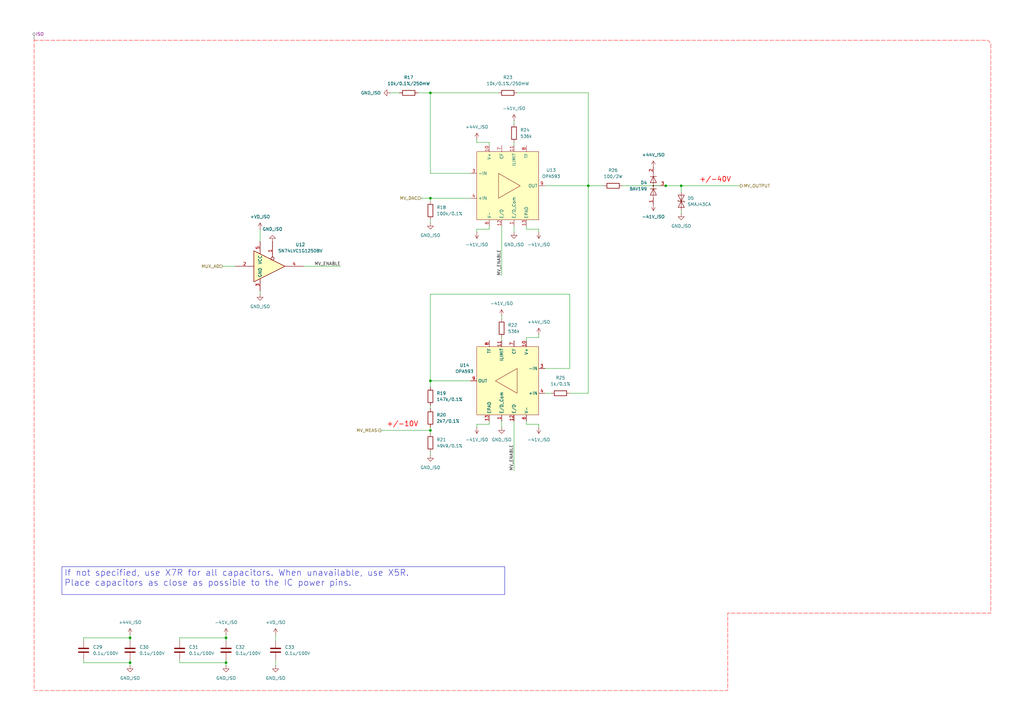
<source format=kicad_sch>
(kicad_sch (version 20250114) (generator "eeschema") (generator_version "9.0")
  (paper "A3")
  (lib_symbols
    (symbol "74xGxx:SN74LVC1G125DBV"
      (property "Reference" "U" (at -10.16 7.62 0))
      (property "Value" "SN74LVC1G125DBV" (at 2.54 -7.62 0))
      (symbol "SN74LVC1G125DBV_0_1"
        (polyline (pts (xy -7.62 6.35) (xy -7.62 -6.35) (xy 5.08 0) (xy -7.62 6.35)) (stroke (width 0.254)) (fill (type background)))
      )
      (symbol "SN74LVC1G125DBV_1_1"
        (pin input line (at -15.24 0 0) (length 7.62) (name "~") (number "2"))
        (pin power_in line (at -5.08 10.16 270) (length 5.08) (name "VCC") (number "5"))
        (pin power_in line (at -5.08 -10.16 90) (length 5.08) (name "GND") (number "3"))
        (pin input inverted (at 0 10.16 270) (length 7.62) (name "~") (number "1"))
        (pin tri_state line (at 12.7 0 180) (length 7.62) (name "~") (number "4"))
      )
    )
    (symbol "Device:C" (pin_numbers (hide yes)) (pin_names (offset 0.254))
      (property "Reference" "C" (at 0.635 2.54 0))
      (property "Value" "C" (at 0.635 -2.54 0))
      (symbol "C_0_1"
        (polyline (pts (xy -2.032 0.762) (xy 2.032 0.762)) (stroke (width 0.508)))
        (polyline (pts (xy -2.032 -0.762) (xy 2.032 -0.762)) (stroke (width 0.508)))
      )
      (symbol "C_1_1"
        (pin passive line (at 0 3.81 270) (length 2.794) (name "~") (number "1"))
        (pin passive line (at 0 -3.81 90) (length 2.794) (name "~") (number "2"))
      )
    )
    (symbol "Device:R" (pin_numbers (hide yes)) (pin_names (offset 0))
      (property "Reference" "R" (at 2.032 0 90))
      (property "Value" "R" (at 0 0 90))
      (symbol "R_0_1"
        (rectangle (start -1.016 -2.54) (end 1.016 2.54) (stroke (width 0.254)))
      )
      (symbol "R_1_1"
        (pin passive line (at 0 3.81 270) (length 1.27) (name "~") (number "1"))
        (pin passive line (at 0 -3.81 90) (length 1.27) (name "~") (number "2"))
      )
    )
    (symbol "Diode:BAV99" (pin_names (hide yes))
      (property "Reference" "D" (at 0 5.08 0))
      (property "Value" "BAV99" (at 0 2.54 0))
      (symbol "BAV99_0_1"
        (polyline (pts (xy -5.08 0) (xy 5.08 0)))
      )
      (symbol "BAV99_1_1"
        (polyline (pts (xy -3.81 1.27) (xy -1.27 0) (xy -3.81 -1.27) (xy -3.81 1.27) (xy -3.81 1.27) (xy -3.81 1.27)) (stroke (width 0.2032)))
        (polyline (pts (xy -1.27 -1.27) (xy -1.27 1.27) (xy -1.27 1.27)) (stroke (width 0.2032)))
        (polyline (pts (xy 0 0) (xy 0 -2.54)))
        (circle (center 0 0) (radius 0.254) (fill (type outline)))
        (polyline (pts (xy 1.27 1.27) (xy 3.81 0) (xy 1.27 -1.27) (xy 1.27 1.27) (xy 1.27 1.27) (xy 1.27 1.27)) (stroke (width 0.2032)))
        (polyline (pts (xy 3.81 1.27) (xy 3.81 -1.27) (xy 3.81 -1.27)) (stroke (width 0.2032)))
        (pin passive line (at -7.62 0 0) (length 2.54) (name "K") (number "1"))
        (pin passive line (at 0 -5.08 90) (length 2.54) (name "K") (number "3"))
        (pin passive line (at 7.62 0 180) (length 2.54) (name "A") (number "2"))
      )
    )
    (symbol "Diode:SMAJ43CA" (pin_numbers (hide yes)) (pin_names (offset 1.016) (hide yes))
      (property "Reference" "D" (at 0 2.54 0))
      (property "Value" "SMAJ43CA" (at 0 -2.54 0))
      (symbol "SMAJ43CA_0_1"
        (polyline (pts (xy -2.54 -1.27) (xy 0 0) (xy -2.54 1.27) (xy -2.54 -1.27)) (stroke (width 0.2032)))
        (polyline (pts (xy 0.508 1.27) (xy 0 1.27) (xy 0 -1.27) (xy -0.508 -1.27)) (stroke (width 0.2032)))
        (polyline (pts (xy 1.27 0) (xy -1.27 0)))
        (polyline (pts (xy 2.54 1.27) (xy 2.54 -1.27) (xy 0 0) (xy 2.54 1.27)) (stroke (width 0.2032)))
      )
      (symbol "SMAJ43CA_1_1"
        (pin passive line (at -3.81 0 0) (length 2.54) (name "A1") (number "1"))
        (pin passive line (at 3.81 0 180) (length 2.54) (name "A2") (number "2"))
      )
    )
    (symbol "ETH1CVOLT_A:+44V_ISO" (power) (pin_numbers (hide yes)) (pin_names (offset 0) (hide yes))
      (property "Value" "+44V_ISO" (at 0 3.556 0))
      (symbol "+44V_ISO_0_1"
        (polyline (pts (xy -0.762 1.27) (xy 0 2.54)))
        (polyline (pts (xy 0 2.54) (xy 0.762 1.27)))
        (polyline (pts (xy 0 0) (xy 0 2.54)))
      )
      (symbol "+44V_ISO_1_1"
        (pin power_in line (at 0 0 90) (length 0) (name "~") (number "1"))
      )
    )
    (symbol "ETH1CVOLT_A:+VD_ISO" (power) (pin_numbers (hide yes)) (pin_names (offset 0) (hide yes))
      (property "Value" "+VD_ISO" (at 0 3.556 0))
      (symbol "+VD_ISO_0_1"
        (polyline (pts (xy -0.762 1.27) (xy 0 2.54)))
        (polyline (pts (xy 0 2.54) (xy 0.762 1.27)))
        (polyline (pts (xy 0 0) (xy 0 2.54)))
      )
      (symbol "+VD_ISO_1_1"
        (pin power_in line (at 0 0 90) (length 0) (name "~") (number "1"))
      )
    )
    (symbol "ETH1CVOLT_A:-41V_ISO" (power) (pin_numbers (hide yes)) (pin_names (offset 0) (hide yes))
      (property "Value" "-41V_ISO" (at 0 3.556 0))
      (symbol "-41V_ISO_0_1"
        (polyline (pts (xy -0.762 1.27) (xy 0 2.54)))
        (polyline (pts (xy 0 2.54) (xy 0.762 1.27)))
        (polyline (pts (xy 0 0) (xy 0 2.54)))
      )
      (symbol "-41V_ISO_1_1"
        (pin power_in line (at 0 0 90) (length 0) (name "~") (number "1"))
      )
    )
    (symbol "ETH1CVOLT_A:GND_ISO" (power) (pin_numbers (hide yes)) (pin_names (offset 0) (hide yes))
      (property "Value" "GND_ISO" (at 0 -3.81 0))
      (symbol "GND_ISO_0_1"
        (polyline (pts (xy 0 0) (xy 0 -1.27) (xy 1.27 -1.27) (xy 0 -2.54) (xy -1.27 -1.27) (xy 0 -1.27)))
      )
      (symbol "GND_ISO_1_1"
        (pin power_in line (at 0 0 270) (length 0) (name "~") (number "1"))
      )
    )
    (symbol "ETH1CVOLT_B:OPA593"
      (property "Reference" "U" (at 12.192 17.272 0))
      (property "Value" "OPA593" (at 12.446 15.24 0))
      (symbol "OPA593_0_0"
        (pin input line (at -15.24 5.08 0) (length 2.54) (name "-IN") (number "3"))
        (pin input line (at -15.24 -5.08 0) (length 2.54) (name "+IN") (number "4"))
        (pin passive line (at -7.62 16.51 270) (length 2.54) (name "V+") (number "10"))
        (pin passive line (at -7.62 -16.51 90) (length 2.54) (name "V-") (number "6"))
        (pin output line (at -2.54 16.51 270) (length 2.54) (name "CF") (number "7"))
        (pin input line (at -2.54 -16.51 90) (length 2.54) (name "E/D") (number "12"))
        (pin input line (at 2.54 16.51 270) (length 2.54) (name "ILIMIT") (number "11"))
        (pin input line (at 2.54 -16.51 90) (length 2.54) (name "E/D_Com") (number "1"))
        (pin output line (at 7.62 16.51 270) (length 2.54) (name "TF") (number "8"))
        (pin passive line (at 7.62 -16.51 90) (length 2.54) (name "EPAD") (number "13"))
        (pin no_connect line (at 15.24 7.62 180) (length 2.54) (hide yes) (name "NC") (number "2"))
        (pin no_connect line (at 15.24 5.08 180) (length 2.54) (hide yes) (name "NC") (number "5"))
        (pin output line (at 15.24 0 180) (length 2.54) (name "OUT") (number "9"))
      )
      (symbol "OPA593_0_1"
        (rectangle (start -12.7 13.97) (end 12.7 -13.97) (fill (type color) (color 255 255 194 1)))
        (polyline (pts (xy -3.81 5.08) (xy -3.81 -5.08) (xy 5.08 0) (xy -3.81 5.08)))
      )
    )
  )
  (text "+/-40V" (at 293.37 73.66 0) (effects (font (size 2.032 2.032) (thickness 0.254) (bold yes))))
  (text "+/-10V" (at 165.1 173.99 0) (effects (font (size 2.032 2.032) (thickness 0.254) (bold yes))))
  (text_box "If not specified, use X7R for all capacitors. When unavailable, use X5R.\nPlace capacitors as close as possible to the IC power pins." (at 25.4 232.41 0) (size 181.61 11.43) (margins 0.9525 0.9525 0.9525 0.9525) (effects (font (size 2.54 2.54)) (justify left top)))
  (junction (at 273.05 76.2))
  (junction (at 176.53 176.53))
  (junction (at 176.53 156.21))
  (junction (at 241.3 76.2))
  (junction (at 176.53 81.28))
  (junction (at 92.71 261.62))
  (junction (at 92.71 271.78))
  (junction (at 176.53 38.1))
  (junction (at 53.34 271.78))
  (junction (at 53.34 261.62))
  (junction (at 279.4 76.2))
  (wire (pts (xy 205.74 129.54) (xy 205.74 130.81)))
  (wire (pts (xy 92.71 260.35) (xy 92.71 261.62)))
  (wire (pts (xy 176.53 81.28) (xy 176.53 82.55)))
  (wire (pts (xy 273.05 76.2) (xy 279.4 76.2)))
  (wire (pts (xy 195.58 173.99) (xy 195.58 175.26)))
  (wire (pts (xy 176.53 120.65) (xy 176.53 156.21)))
  (wire (pts (xy 220.98 173.99) (xy 215.9 173.99)))
  (wire (pts (xy 210.82 92.71) (xy 210.82 95.25)))
  (wire (pts (xy 233.68 151.13) (xy 233.68 120.65)))
  (wire (pts (xy 205.74 138.43) (xy 205.74 139.7)))
  (wire (pts (xy 176.53 90.17) (xy 176.53 91.44)))
  (wire (pts (xy 176.53 176.53) (xy 176.53 177.8)))
  (wire (pts (xy 34.29 261.62) (xy 34.29 262.89)))
  (wire (pts (xy 176.53 185.42) (xy 176.53 186.69)))
  (wire (pts (xy 176.53 156.21) (xy 193.04 156.21)))
  (wire (pts (xy 195.58 93.98) (xy 200.66 93.98)))
  (wire (pts (xy 34.29 270.51) (xy 34.29 271.78)))
  (wire (pts (xy 241.3 38.1) (xy 241.3 76.2)))
  (wire (pts (xy 200.66 58.42) (xy 200.66 59.69)))
  (wire (pts (xy 233.68 161.29) (xy 241.3 161.29)))
  (wire (pts (xy 220.98 137.16) (xy 220.98 138.43)))
  (wire (pts (xy 92.71 270.51) (xy 92.71 271.78)))
  (wire (pts (xy 73.66 271.78) (xy 92.71 271.78)))
  (wire (pts (xy 279.4 86.36) (xy 279.4 87.63)))
  (wire (pts (xy 220.98 93.98) (xy 220.98 95.25)))
  (wire (pts (xy 160.02 38.1) (xy 163.83 38.1)))
  (wire (pts (xy 205.74 172.72) (xy 205.74 175.26)))
  (wire (pts (xy 200.66 93.98) (xy 200.66 92.71)))
  (wire (pts (xy 241.3 76.2) (xy 247.65 76.2)))
  (wire (pts (xy 195.58 57.15) (xy 195.58 58.42)))
  (wire (pts (xy 279.4 76.2) (xy 303.53 76.2)))
  (wire (pts (xy 220.98 138.43) (xy 215.9 138.43)))
  (wire (pts (xy 92.71 261.62) (xy 92.71 262.89)))
  (wire (pts (xy 53.34 271.78) (xy 53.34 273.05)))
  (wire (pts (xy 195.58 58.42) (xy 200.66 58.42)))
  (wire (pts (xy 73.66 270.51) (xy 73.66 271.78)))
  (wire (pts (xy 124.46 109.22) (xy 139.7 109.22)))
  (wire (pts (xy 53.34 270.51) (xy 53.34 271.78)))
  (wire (pts (xy 176.53 71.12) (xy 176.53 38.1)))
  (wire (pts (xy 223.52 161.29) (xy 226.06 161.29)))
  (wire (pts (xy 193.04 71.12) (xy 176.53 71.12)))
  (wire (pts (xy 172.72 81.28) (xy 176.53 81.28)))
  (wire (pts (xy 215.9 138.43) (xy 215.9 139.7)))
  (wire (pts (xy 91.44 109.22) (xy 96.52 109.22)))
  (wire (pts (xy 113.03 270.51) (xy 113.03 273.05)))
  (wire (pts (xy 195.58 173.99) (xy 200.66 173.99)))
  (wire (pts (xy 156.21 176.53) (xy 176.53 176.53)))
  (wire (pts (xy 106.68 119.38) (xy 106.68 120.65)))
  (wire (pts (xy 113.03 260.35) (xy 113.03 262.89)))
  (wire (pts (xy 212.09 38.1) (xy 241.3 38.1)))
  (wire (pts (xy 53.34 261.62) (xy 53.34 262.89)))
  (wire (pts (xy 223.52 151.13) (xy 233.68 151.13)))
  (wire (pts (xy 210.82 172.72) (xy 210.82 193.04)))
  (wire (pts (xy 220.98 173.99) (xy 220.98 175.26)))
  (wire (pts (xy 279.4 76.2) (xy 279.4 78.74)))
  (wire (pts (xy 176.53 156.21) (xy 176.53 158.75)))
  (wire (pts (xy 34.29 271.78) (xy 53.34 271.78)))
  (wire (pts (xy 205.74 92.71) (xy 205.74 113.03)))
  (wire (pts (xy 92.71 271.78) (xy 92.71 273.05)))
  (wire (pts (xy 73.66 261.62) (xy 73.66 262.89)))
  (wire (pts (xy 176.53 166.37) (xy 176.53 167.64)))
  (wire (pts (xy 171.45 38.1) (xy 176.53 38.1)))
  (wire (pts (xy 106.68 93.98) (xy 106.68 99.06)))
  (wire (pts (xy 53.34 261.62) (xy 34.29 261.62)))
  (wire (pts (xy 223.52 76.2) (xy 241.3 76.2)))
  (wire (pts (xy 215.9 93.98) (xy 215.9 92.71)))
  (wire (pts (xy 255.27 76.2) (xy 273.05 76.2)))
  (wire (pts (xy 53.34 260.35) (xy 53.34 261.62)))
  (wire (pts (xy 233.68 120.65) (xy 176.53 120.65)))
  (wire (pts (xy 195.58 93.98) (xy 195.58 95.25)))
  (wire (pts (xy 92.71 261.62) (xy 73.66 261.62)))
  (wire (pts (xy 210.82 49.53) (xy 210.82 50.8)))
  (wire (pts (xy 210.82 58.42) (xy 210.82 59.69)))
  (wire (pts (xy 176.53 175.26) (xy 176.53 176.53)))
  (wire (pts (xy 215.9 173.99) (xy 215.9 172.72)))
  (wire (pts (xy 176.53 38.1) (xy 204.47 38.1)))
  (wire (pts (xy 200.66 173.99) (xy 200.66 172.72)))
  (wire (pts (xy 176.53 81.28) (xy 193.04 81.28)))
  (wire (pts (xy 241.3 76.2) (xy 241.3 161.29)))
  (wire (pts (xy 220.98 93.98) (xy 215.9 93.98)))
  (label "MV_ENABLE" (at 139.7 109.22 180))
  (label "MV_ENABLE" (at 210.82 193.04 90))
  (label "MV_ENABLE" (at 205.74 113.03 90))
  (hierarchical_label "MV_DAC" (shape input) (at 172.72 81.28 180))
  (hierarchical_label "MV_MEAS" (shape output) (at 156.21 176.53 180))
  (hierarchical_label "MUX_A0" (shape input) (at 91.44 109.22 180))
  (hierarchical_label "MV_OUTPUT" (shape output) (at 303.53 76.2 0))
  (rule_area (polyline (pts (xy 13.97 16.51) (xy 405.13 16.51) (xy 406.4 17.78) (xy 406.4 251.46) (xy 298.45 251.46) (xy 298.45 283.21) (xy 13.97 283.21)) (stroke (width 0) (type dash))))
  (netclass_flag "" (length 2.54) (shape round) (at 13.97 16.51 0) (property "Netclass" "ISO" (at 14.6685 13.97 0) (effects (justify left))) (property "Component Class" "ISO" (effects (hide yes))))
  (symbol (lib_id "Device:R") (at 208.28 38.1 90) (unit 1)
    (property "Reference" "R23" (at 208.28 31.75 90))
    (property "Value" "10k/0.1%/250mW" (at 208.28 34.29 90))
    (property "Footprint" "Resistor_SMD:R_0603_1608Metric_Pad0.98x0.95mm_HandSolder" (effects (hide yes)))
    (property "Description" "Resistor" (effects (hide yes)))
  )
  (symbol (lib_id "ETH1CVOLT_B:OPA593") (at 208.28 76.2 0) (unit 1)
    (property "Reference" "U13" (at 226.06 69.7798 0))
    (property "Value" "OPA593" (at 226.06 72.3198 0))
    (property "Footprint" "Package_SON:WSON-12-1EP_4x4mm_P0.5mm_EP2.6x3mm_ThermalVias" (effects (hide yes)))
    (property "Datasheet" "https://www.ti.com/lit/ds/symlink/opa593.pdf" (effects (hide yes)))
    (property "Description" "85-V, 250-mA Output Current, Precision, Power Op Amp" (effects (hide yes)))
  )
  (symbol (lib_id "Device:R") (at 176.53 86.36 180) (unit 1)
    (property "Reference" "R18" (at 179.07 85.0899 0) (effects (justify right)))
    (property "Value" "100k/0.1%" (at 179.07 87.6299 0) (effects (justify right)))
    (property "Footprint" "Resistor_SMD:R_0603_1608Metric_Pad0.98x0.95mm_HandSolder" (effects (hide yes)))
    (property "Description" "Resistor" (effects (hide yes)))
  )
  (symbol (lib_id "ETH1CVOLT_A:GND_ISO") (at 53.34 273.05 0) (unit 1)
    (property "Reference" "#PWR074" (effects (hide yes)))
    (property "Value" "GND_ISO" (at 53.34 278.13 0))
    (property "Description" "Power symbol creates a global label with name \"GND\" , ground" (effects (hide yes)))
  )
  (symbol (lib_id "ETH1CVOLT_A:-41V_ISO") (at 210.82 49.53 0) (unit 1)
    (property "Reference" "#PWR090" (effects (hide yes)))
    (property "Value" "-41V_ISO" (at 210.82 44.45 0))
    (property "Description" "Power symbol" (effects (hide yes)))
  )
  (symbol (lib_id "ETH1CVOLT_A:-41V_ISO") (at 195.58 95.25 180) (unit 1)
    (property "Reference" "#PWR086" (effects (hide yes)))
    (property "Value" "-41V_ISO" (at 195.58 100.33 0))
    (property "Description" "Power symbol" (effects (hide yes)))
  )
  (symbol (lib_id "ETH1CVOLT_A:GND_ISO") (at 176.53 186.69 0) (mirror y) (unit 1)
    (property "Reference" "#PWR084" (effects (hide yes)))
    (property "Value" "GND_ISO" (at 176.53 191.77 0))
    (property "Description" "Power symbol creates a global label with name \"GND\" , ground" (effects (hide yes)))
  )
  (symbol (lib_id "Device:C") (at 113.03 266.7 0) (unit 1)
    (property "Reference" "C33" (at 116.84 265.4299 0) (effects (justify left)))
    (property "Value" "0.1u/100V" (at 116.84 267.9699 0) (effects (justify left)))
    (property "Footprint" "Capacitor_SMD:C_0603_1608Metric_Pad1.08x0.95mm_HandSolder" (effects (hide yes)))
    (property "Description" "Unpolarized capacitor" (effects (hide yes)))
  )
  (symbol (lib_id "74xGxx:SN74LVC1G125DBV") (at 111.76 109.22 0) (unit 1)
    (property "Reference" "U12" (at 123.19 100.33 0))
    (property "Value" "SN74LVC1G125DBV" (at 123.19 102.87 0))
    (property "Footprint" "Package_TO_SOT_SMD:SOT-23-5" (effects (hide yes)))
    (property "Datasheet" "http://www.ti.com/lit/ds/symlink/sn74lvc1g125.pdf" (effects (hide yes)))
    (property "Description" "Single Buffer Gate Tri-State, Low-Voltage CMOS, SOT-23-5" (effects (hide yes)))
  )
  (symbol (lib_id "ETH1CVOLT_A:GND_ISO") (at 92.71 273.05 0) (unit 1)
    (property "Reference" "#PWR076" (effects (hide yes)))
    (property "Value" "GND_ISO" (at 92.71 278.13 0))
    (property "Description" "Power symbol creates a global label with name \"GND\" , ground" (effects (hide yes)))
  )
  (symbol (lib_id "ETH1CVOLT_A:GND_ISO") (at 279.4 87.63 0) (unit 1)
    (property "Reference" "#PWR097" (effects (hide yes)))
    (property "Value" "GND_ISO" (at 279.4 92.71 0))
    (property "Description" "Power symbol creates a global label with name \"GND\" , ground" (effects (hide yes)))
  )
  (symbol (lib_id "ETH1CVOLT_A:+44V_ISO") (at 267.97 68.58 0) (unit 1)
    (property "Reference" "#PWR095" (effects (hide yes)))
    (property "Value" "+44V_ISO" (at 267.97 63.5 0))
    (property "Description" "Power symbol" (effects (hide yes)))
  )
  (symbol (lib_id "ETH1CVOLT_A:+44V_ISO") (at 220.98 137.16 0) (mirror y) (unit 1)
    (property "Reference" "#PWR093" (effects (hide yes)))
    (property "Value" "+44V_ISO" (at 220.98 132.08 0))
    (property "Description" "Power symbol" (effects (hide yes)))
  )
  (symbol (lib_id "ETH1CVOLT_A:-41V_ISO") (at 220.98 95.25 180) (unit 1)
    (property "Reference" "#PWR092" (effects (hide yes)))
    (property "Value" "-41V_ISO" (at 220.98 100.33 0))
    (property "Description" "Power symbol" (effects (hide yes)))
  )
  (symbol (lib_id "Device:R") (at 210.82 54.61 0) (unit 1)
    (property "Reference" "R24" (at 213.36 53.3399 0) (effects (justify left)))
    (property "Value" "536k" (at 213.36 55.8799 0) (effects (justify left)))
    (property "Footprint" "Resistor_SMD:R_0603_1608Metric_Pad0.98x0.95mm_HandSolder" (effects (hide yes)))
    (property "Description" "Resistor" (effects (hide yes)))
  )
  (symbol (lib_id "ETH1CVOLT_A:-41V_ISO") (at 92.71 260.35 0) (mirror y) (unit 1)
    (property "Reference" "#PWR075" (effects (hide yes)))
    (property "Value" "-41V_ISO" (at 92.71 255.27 0))
    (property "Description" "Power symbol" (effects (hide yes)))
  )
  (symbol (lib_id "ETH1CVOLT_A:+44V_ISO") (at 53.34 260.35 0) (mirror y) (unit 1)
    (property "Reference" "#PWR073" (effects (hide yes)))
    (property "Value" "+44V_ISO" (at 53.34 255.27 0))
    (property "Description" "Power symbol" (effects (hide yes)))
  )
  (symbol (lib_id "ETH1CVOLT_A:+44V_ISO") (at 195.58 57.15 0) (unit 1)
    (property "Reference" "#PWR085" (effects (hide yes)))
    (property "Value" "+44V_ISO" (at 195.58 52.07 0))
    (property "Description" "Power symbol" (effects (hide yes)))
  )
  (symbol (lib_id "Device:C") (at 34.29 266.7 0) (unit 1)
    (property "Reference" "C29" (at 38.1 265.4299 0) (effects (justify left)))
    (property "Value" "0.1u/100V" (at 38.1 267.9699 0) (effects (justify left)))
    (property "Footprint" "Capacitor_SMD:C_0603_1608Metric_Pad1.08x0.95mm_HandSolder" (effects (hide yes)))
    (property "Description" "Unpolarized capacitor" (effects (hide yes)))
  )
  (symbol (lib_id "ETH1CVOLT_A:GND_ISO") (at 111.76 99.06 180) (unit 1)
    (property "Reference" "#PWR079" (effects (hide yes)))
    (property "Value" "GND_ISO" (at 111.76 93.98 0))
    (property "Description" "Power symbol creates a global label with name \"GND\" , ground" (effects (hide yes)))
  )
  (symbol (lib_id "ETH1CVOLT_A:-41V_ISO") (at 220.98 175.26 0) (mirror x) (unit 1)
    (property "Reference" "#PWR094" (effects (hide yes)))
    (property "Value" "-41V_ISO" (at 220.98 180.34 0))
    (property "Description" "Power symbol" (effects (hide yes)))
  )
  (symbol (lib_id "ETH1CVOLT_B:OPA593") (at 208.28 156.21 0) (mirror y) (unit 1)
    (property "Reference" "U14" (at 190.5 149.7898 0))
    (property "Value" "OPA593" (at 190.5 152.3298 0))
    (property "Footprint" "Package_SON:WSON-12-1EP_4x4mm_P0.5mm_EP2.6x3mm_ThermalVias" (effects (hide yes)))
    (property "Datasheet" "https://www.ti.com/lit/ds/symlink/opa593.pdf" (effects (hide yes)))
    (property "Description" "85-V, 250-mA Output Current, Precision, Power Op Amp" (effects (hide yes)))
  )
  (symbol (lib_id "ETH1CVOLT_A:GND_ISO") (at 176.53 91.44 0) (unit 1)
    (property "Reference" "#PWR083" (effects (hide yes)))
    (property "Value" "GND_ISO" (at 176.53 96.52 0))
    (property "Description" "Power symbol creates a global label with name \"GND\" , ground" (effects (hide yes)))
  )
  (symbol (lib_id "Device:R") (at 176.53 181.61 0) (unit 1)
    (property "Reference" "R21" (at 179.07 180.3399 0) (effects (justify left)))
    (property "Value" "49k9/0.1%" (at 179.07 182.8799 0) (effects (justify left)))
    (property "Footprint" "Resistor_SMD:R_0603_1608Metric_Pad0.98x0.95mm_HandSolder" (effects (hide yes)))
    (property "Description" "Resistor" (effects (hide yes)))
  )
  (symbol (lib_id "Diode:BAV99") (at 267.97 76.2 90) (unit 1)
    (property "Reference" "D4" (at 265.43 74.9299 90) (effects (justify left)))
    (property "Value" "BAV199" (at 265.43 77.4699 90) (effects (justify left)))
    (property "Footprint" "Package_TO_SOT_SMD:SOT-23" (effects (hide yes)))
    (property "Datasheet" "https://assets.nexperia.com/documents/data-sheet/BAV99_SER.pdf" (effects (hide yes)))
    (property "Description" "BAV99 High-speed switching diodes, SOT-23" (effects (hide yes)))
  )
  (symbol (lib_id "Device:R") (at 176.53 162.56 0) (unit 1)
    (property "Reference" "R19" (at 179.07 161.2899 0) (effects (justify left)))
    (property "Value" "147k/0.1%" (at 179.07 163.8299 0) (effects (justify left)))
    (property "Footprint" "Resistor_SMD:R_0603_1608Metric_Pad0.98x0.95mm_HandSolder" (effects (hide yes)))
    (property "Description" "Resistor" (effects (hide yes)))
  )
  (symbol (lib_id "ETH1CVOLT_A:+VD_ISO") (at 113.03 260.35 0) (unit 1)
    (property "Reference" "#PWR080" (effects (hide yes)))
    (property "Value" "+VD_ISO" (at 113.03 255.27 0))
    (property "Description" "Power symbol" (effects (hide yes)))
  )
  (symbol (lib_id "Device:C") (at 92.71 266.7 0) (unit 1)
    (property "Reference" "C32" (at 96.52 265.4299 0) (effects (justify left)))
    (property "Value" "0.1u/100V" (at 96.52 267.9699 0) (effects (justify left)))
    (property "Footprint" "Capacitor_SMD:C_0603_1608Metric_Pad1.08x0.95mm_HandSolder" (effects (hide yes)))
    (property "Description" "Unpolarized capacitor" (effects (hide yes)))
  )
  (symbol (lib_id "Device:R") (at 251.46 76.2 90) (unit 1)
    (property "Reference" "R26" (at 251.46 69.85 90))
    (property "Value" "100/2W" (at 251.46 72.39 90))
    (property "Footprint" "Resistor_SMD:R_1206_3216Metric_Pad1.30x1.75mm_HandSolder" (effects (hide yes)))
    (property "Description" "Resistor" (effects (hide yes)))
  )
  (symbol (lib_id "ETH1CVOLT_A:-41V_ISO") (at 205.74 129.54 0) (mirror y) (unit 1)
    (property "Reference" "#PWR088" (effects (hide yes)))
    (property "Value" "-41V_ISO" (at 205.74 124.46 0))
    (property "Description" "Power symbol" (effects (hide yes)))
  )
  (symbol (lib_id "Device:R") (at 167.64 38.1 90) (unit 1)
    (property "Reference" "R17" (at 167.64 31.75 90))
    (property "Value" "10k/0.1%/250mW" (at 167.64 34.29 90))
    (property "Footprint" "Resistor_SMD:R_0603_1608Metric_Pad0.98x0.95mm_HandSolder" (effects (hide yes)))
    (property "Description" "Resistor" (effects (hide yes)))
  )
  (symbol (lib_id "ETH1CVOLT_A:GND_ISO") (at 106.68 120.65 0) (unit 1)
    (property "Reference" "#PWR078" (effects (hide yes)))
    (property "Value" "GND_ISO" (at 106.68 125.73 0))
    (property "Description" "Power symbol creates a global label with name \"GND\" , ground" (effects (hide yes)))
  )
  (symbol (lib_id "ETH1CVOLT_A:+VD_ISO") (at 106.68 93.98 0) (unit 1)
    (property "Reference" "#PWR077" (effects (hide yes)))
    (property "Value" "+VD_ISO" (at 106.68 88.9 0))
    (property "Description" "Power symbol" (effects (hide yes)))
  )
  (symbol (lib_id "ETH1CVOLT_A:-41V_ISO") (at 195.58 175.26 0) (mirror x) (unit 1)
    (property "Reference" "#PWR087" (effects (hide yes)))
    (property "Value" "-41V_ISO" (at 195.58 180.34 0))
    (property "Description" "Power symbol" (effects (hide yes)))
  )
  (symbol (lib_id "ETH1CVOLT_A:GND_ISO") (at 160.02 38.1 270) (unit 1)
    (property "Reference" "#PWR082" (effects (hide yes)))
    (property "Value" "GND_ISO" (at 156.21 38.0999 90) (effects (justify right)))
    (property "Description" "Power symbol creates a global label with name \"GND\" , ground" (effects (hide yes)))
  )
  (symbol (lib_id "Device:R") (at 176.53 171.45 0) (unit 1)
    (property "Reference" "R20" (at 179.07 170.1799 0) (effects (justify left)))
    (property "Value" "2k7/0.1%" (at 179.07 172.7199 0) (effects (justify left)))
    (property "Footprint" "Resistor_SMD:R_0603_1608Metric_Pad0.98x0.95mm_HandSolder" (effects (hide yes)))
    (property "Description" "Resistor" (effects (hide yes)))
  )
  (symbol (lib_id "Device:C") (at 53.34 266.7 0) (unit 1)
    (property "Reference" "C30" (at 57.15 265.4299 0) (effects (justify left)))
    (property "Value" "0.1u/100V" (at 57.15 267.9699 0) (effects (justify left)))
    (property "Footprint" "Capacitor_SMD:C_0603_1608Metric_Pad1.08x0.95mm_HandSolder" (effects (hide yes)))
    (property "Description" "Unpolarized capacitor" (effects (hide yes)))
  )
  (symbol (lib_id "Device:R") (at 229.87 161.29 90) (unit 1)
    (property "Reference" "R25" (at 229.87 154.94 90))
    (property "Value" "1k/0.1%" (at 229.87 157.48 90))
    (property "Footprint" "Resistor_SMD:R_0603_1608Metric_Pad0.98x0.95mm_HandSolder" (effects (hide yes)))
    (property "Description" "Resistor" (effects (hide yes)))
  )
  (symbol (lib_id "Device:R") (at 205.74 134.62 0) (unit 1)
    (property "Reference" "R22" (at 208.28 133.3499 0) (effects (justify left)))
    (property "Value" "536k" (at 208.28 135.8899 0) (effects (justify left)))
    (property "Footprint" "Resistor_SMD:R_0603_1608Metric_Pad0.98x0.95mm_HandSolder" (effects (hide yes)))
    (property "Description" "Resistor" (effects (hide yes)))
  )
  (symbol (lib_id "Device:C") (at 73.66 266.7 0) (unit 1)
    (property "Reference" "C31" (at 77.47 265.4299 0) (effects (justify left)))
    (property "Value" "0.1u/100V" (at 77.47 267.9699 0) (effects (justify left)))
    (property "Footprint" "Capacitor_SMD:C_0603_1608Metric_Pad1.08x0.95mm_HandSolder" (effects (hide yes)))
    (property "Description" "Unpolarized capacitor" (effects (hide yes)))
  )
  (symbol (lib_id "ETH1CVOLT_A:GND_ISO") (at 113.03 273.05 0) (unit 1)
    (property "Reference" "#PWR081" (effects (hide yes)))
    (property "Value" "GND_ISO" (at 113.03 278.13 0))
    (property "Description" "Power symbol creates a global label with name \"GND\" , ground" (effects (hide yes)))
  )
  (symbol (lib_id "Diode:SMAJ43CA") (at 279.4 82.55 90) (unit 1)
    (property "Reference" "D5" (at 281.94 81.2799 90) (effects (justify right)))
    (property "Value" "SMAJ43CA" (at 281.94 83.8199 90) (effects (justify right)))
    (property "Footprint" "Diode_SMD:D_SMA" (effects (hide yes)))
    (property "Datasheet" "https://www.littelfuse.com/media?resourcetype=datasheets&itemid=75e32973-b177-4ee3-a0ff-cedaf1abdb93&filename=smaj-datasheet" (effects (hide yes)))
    (property "Description" "400W bidirectional Transient Voltage Suppressor, 43.0Vr, SMA(DO-214AC)" (effects (hide yes)))
  )
  (symbol (lib_id "ETH1CVOLT_A:GND_ISO") (at 205.74 175.26 0) (mirror y) (unit 1)
    (property "Reference" "#PWR089" (effects (hide yes)))
    (property "Value" "GND_ISO" (at 205.74 180.34 0))
    (property "Description" "Power symbol creates a global label with name \"GND\" , ground" (effects (hide yes)))
  )
  (symbol (lib_id "ETH1CVOLT_A:-41V_ISO") (at 267.97 83.82 180) (unit 1)
    (property "Reference" "#PWR096" (effects (hide yes)))
    (property "Value" "-41V_ISO" (at 267.97 88.9 0))
    (property "Description" "Power symbol" (effects (hide yes)))
  )
  (symbol (lib_id "ETH1CVOLT_A:GND_ISO") (at 210.82 95.25 0) (unit 1)
    (property "Reference" "#PWR091" (effects (hide yes)))
    (property "Value" "GND_ISO" (at 210.82 100.33 0))
    (property "Description" "Power symbol creates a global label with name \"GND\" , ground" (effects (hide yes)))
  )
)
</source>
